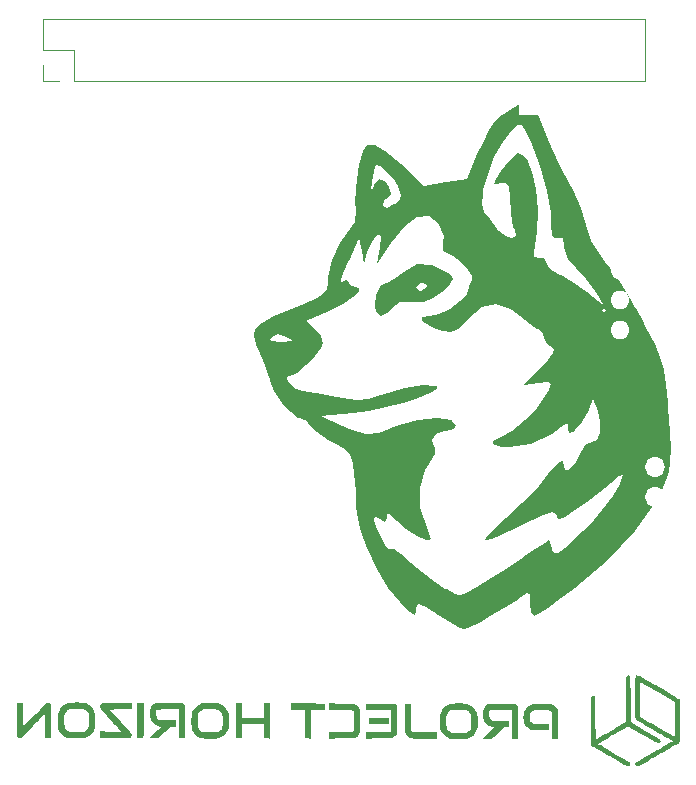
<source format=gbr>
%TF.GenerationSoftware,KiCad,Pcbnew,8.0.1*%
%TF.CreationDate,2024-04-17T14:30:39-04:00*%
%TF.ProjectId,DSPicPiHat,44535069-6350-4694-9861-742e6b696361,rev?*%
%TF.SameCoordinates,Original*%
%TF.FileFunction,Legend,Bot*%
%TF.FilePolarity,Positive*%
%FSLAX46Y46*%
G04 Gerber Fmt 4.6, Leading zero omitted, Abs format (unit mm)*
G04 Created by KiCad (PCBNEW 8.0.1) date 2024-04-17 14:30:39*
%MOMM*%
%LPD*%
G01*
G04 APERTURE LIST*
%ADD10C,0.000000*%
%ADD11C,0.120000*%
%ADD12R,1.700000X1.700000*%
%ADD13O,1.700000X1.700000*%
%ADD14R,1.600000X1.600000*%
%ADD15O,1.600000X1.600000*%
%ADD16C,0.900000*%
%ADD17C,4.700000*%
%ADD18C,0.650000*%
%ADD19O,2.100000X1.000000*%
%ADD20O,1.600000X1.000000*%
G04 APERTURE END LIST*
D10*
%TO.C,G\u002A\u002A\u002A*%
G36*
X37311267Y-20469393D02*
G01*
X36619004Y-21005941D01*
X35789753Y-21369600D01*
X34876496Y-21356301D01*
X34788549Y-21343303D01*
X33794663Y-21373983D01*
X33097694Y-21868545D01*
X32707258Y-22278281D01*
X32172254Y-22538272D01*
X31760802Y-22198314D01*
X31632050Y-21573685D01*
X31780895Y-20734139D01*
X32105585Y-20060564D01*
X35164788Y-20060564D01*
X35174424Y-20145442D01*
X35501422Y-20418310D01*
X35601791Y-20404664D01*
X36059154Y-20060564D01*
X36092809Y-19876250D01*
X35722521Y-19702817D01*
X35455980Y-19746601D01*
X35164788Y-20060564D01*
X32105585Y-20060564D01*
X32129668Y-20010604D01*
X32579976Y-19702817D01*
X32645115Y-19697964D01*
X33316581Y-19406970D01*
X34095891Y-18804291D01*
X35205938Y-18159326D01*
X36488304Y-18172654D01*
X37847887Y-18862800D01*
X38147578Y-19101435D01*
X38314304Y-19410367D01*
X38056325Y-19804106D01*
X37975531Y-19876250D01*
X37311267Y-20469393D01*
G37*
G36*
X53827597Y-22028169D02*
G01*
X54234447Y-22743662D01*
X54641527Y-23501032D01*
X55363415Y-24910781D01*
X55834965Y-26026159D01*
X56127518Y-27076419D01*
X56312415Y-28290812D01*
X56460998Y-29898592D01*
X56496196Y-30330531D01*
X56645688Y-32325883D01*
X56713068Y-33786016D01*
X56688093Y-34860570D01*
X56560520Y-35699180D01*
X56457298Y-36022184D01*
X56320106Y-36451486D01*
X55956608Y-37267124D01*
X55382255Y-38336949D01*
X53652433Y-40760753D01*
X51358555Y-43192882D01*
X48592570Y-45530159D01*
X47442197Y-46389579D01*
X46307154Y-47206076D01*
X45485944Y-47760456D01*
X45104542Y-47964789D01*
X45092308Y-47963733D01*
X44902358Y-47620418D01*
X44823943Y-46847914D01*
X44823943Y-46837505D01*
X44789524Y-46094747D01*
X44576314Y-45956309D01*
X44019014Y-46312173D01*
X43574446Y-46616135D01*
X42567673Y-47262293D01*
X41425352Y-47962310D01*
X40633908Y-48412639D01*
X39737824Y-48860129D01*
X39225386Y-49034671D01*
X38844151Y-48904109D01*
X38019259Y-48460260D01*
X36989470Y-47810108D01*
X36919578Y-47763101D01*
X35949966Y-47130869D01*
X35424026Y-46873156D01*
X35207165Y-46955558D01*
X35164788Y-47343666D01*
X35153471Y-47603017D01*
X35022056Y-47798205D01*
X34642178Y-47569913D01*
X33889817Y-46872291D01*
X33791834Y-46774998D01*
X32786430Y-45522934D01*
X31805836Y-43914774D01*
X30960502Y-42175148D01*
X30360874Y-40528680D01*
X30117401Y-39200000D01*
X30100904Y-38737305D01*
X30023294Y-37333734D01*
X29916164Y-35911549D01*
X29817355Y-35003272D01*
X29593388Y-34267018D01*
X29099065Y-33780829D01*
X28159513Y-33283039D01*
X27652716Y-33013232D01*
X26730801Y-32386146D01*
X26202476Y-31831349D01*
X25895853Y-31433283D01*
X25345975Y-31150704D01*
X25190200Y-31122281D01*
X24535111Y-30680968D01*
X23800369Y-29870049D01*
X23159059Y-28902889D01*
X22784265Y-27992850D01*
X22748879Y-27860066D01*
X24190760Y-27860066D01*
X24454054Y-28280470D01*
X24963377Y-28678104D01*
X25569837Y-28874096D01*
X26065502Y-28929844D01*
X27169106Y-29112717D01*
X28443871Y-29368022D01*
X28987352Y-29480927D01*
X30127671Y-29630378D01*
X31078807Y-29540958D01*
X32200209Y-29196227D01*
X34188405Y-28588974D01*
X35773690Y-28333590D01*
X36852700Y-28448055D01*
X36917793Y-28479815D01*
X36896372Y-28729482D01*
X36327494Y-29075402D01*
X35340510Y-29475126D01*
X34064775Y-29886203D01*
X32629642Y-30266181D01*
X31164463Y-30572611D01*
X29798591Y-30763042D01*
X27115493Y-31012323D01*
X28725352Y-31789150D01*
X29682247Y-32212438D01*
X30888954Y-32518273D01*
X32033676Y-32403611D01*
X33426425Y-31874054D01*
X33698769Y-31757689D01*
X35302067Y-31298684D01*
X36892684Y-31157930D01*
X38174319Y-31367064D01*
X38186289Y-31371725D01*
X38558111Y-31714782D01*
X38356528Y-32064054D01*
X37691705Y-32223944D01*
X37544873Y-32231342D01*
X36839246Y-32506281D01*
X36481020Y-33020299D01*
X36640857Y-33556914D01*
X36709036Y-33640183D01*
X36727286Y-34176819D01*
X36217724Y-35036866D01*
X35906701Y-35552627D01*
X35474354Y-37085658D01*
X35514214Y-38792157D01*
X36035320Y-40406023D01*
X36269517Y-40889528D01*
X36393538Y-41390752D01*
X36137844Y-41525352D01*
X35965967Y-41493082D01*
X35243414Y-41141630D01*
X34336078Y-40541662D01*
X33491308Y-39866892D01*
X32956452Y-39291036D01*
X32748614Y-39100563D01*
X32666041Y-39512114D01*
X32664291Y-39603906D01*
X32545480Y-39975274D01*
X32123943Y-39736620D01*
X32099784Y-39716670D01*
X31691954Y-39476739D01*
X31602319Y-39782252D01*
X31616535Y-39904738D01*
X31815604Y-40518034D01*
X32163228Y-41257508D01*
X32549995Y-41927993D01*
X32866495Y-42334321D01*
X33003314Y-42281327D01*
X33003561Y-42276218D01*
X33250823Y-42251138D01*
X33874501Y-42654194D01*
X34750802Y-43405734D01*
X35639744Y-44188237D01*
X36736412Y-45045393D01*
X37595009Y-45601167D01*
X37724997Y-45667993D01*
X38459696Y-46028905D01*
X38819222Y-46176057D01*
X38840909Y-46174428D01*
X39368695Y-45957831D01*
X40310635Y-45444546D01*
X41503958Y-44731520D01*
X42785897Y-43915704D01*
X43993683Y-43094044D01*
X44197672Y-42949825D01*
X45245887Y-42226804D01*
X46026595Y-41717804D01*
X46383590Y-41525352D01*
X46510506Y-41663856D01*
X46677231Y-42250605D01*
X46685746Y-42300839D01*
X46815975Y-42591690D01*
X47123274Y-42554434D01*
X47722104Y-42134783D01*
X48726930Y-41278449D01*
X48728984Y-41276646D01*
X49834497Y-40199596D01*
X50904550Y-38975637D01*
X51818386Y-37764756D01*
X52455244Y-36726942D01*
X52694366Y-36022184D01*
X52672837Y-35968492D01*
X52332783Y-36084541D01*
X51710563Y-36583194D01*
X51640546Y-36647773D01*
X50724796Y-37424986D01*
X49653714Y-38248017D01*
X48603901Y-38991326D01*
X47751960Y-39529373D01*
X47274493Y-39736620D01*
X47154150Y-39697779D01*
X46970422Y-39263671D01*
X46969905Y-39251111D01*
X46649186Y-39157349D01*
X45740510Y-39460303D01*
X44249764Y-40158037D01*
X43802637Y-40379414D01*
X42547875Y-40964390D01*
X41561482Y-41372198D01*
X41026140Y-41525352D01*
X40972176Y-41494159D01*
X41174611Y-41143501D01*
X41803094Y-40485765D01*
X42762995Y-39624515D01*
X42882127Y-39522636D01*
X44119811Y-38385899D01*
X45262356Y-37214882D01*
X46076056Y-36247783D01*
X46563919Y-35603414D01*
X47209768Y-34910266D01*
X47572508Y-34818560D01*
X47685915Y-35308593D01*
X47817236Y-35642703D01*
X48177201Y-35491737D01*
X48648209Y-34916926D01*
X49111849Y-34024874D01*
X49113314Y-34021342D01*
X49550784Y-33330780D01*
X50000566Y-33163706D01*
X50013299Y-33168367D01*
X50429971Y-33023336D01*
X50682063Y-32394580D01*
X50726622Y-31497995D01*
X50520693Y-30549475D01*
X50134584Y-29540845D01*
X49680559Y-30614223D01*
X49198096Y-31498567D01*
X48635098Y-32178450D01*
X48464492Y-32315437D01*
X48119050Y-32458755D01*
X48043662Y-32033429D01*
X48034846Y-31772194D01*
X47888426Y-31594414D01*
X47417605Y-31946484D01*
X46664572Y-32511291D01*
X44885759Y-33347284D01*
X43052976Y-33654930D01*
X42300308Y-33603628D01*
X41698583Y-33391618D01*
X41693380Y-33083323D01*
X42343224Y-32753103D01*
X43271189Y-32253654D01*
X44372406Y-31368006D01*
X45393320Y-30319378D01*
X46094331Y-29326632D01*
X46359742Y-28807739D01*
X46548636Y-28268418D01*
X46276097Y-28123364D01*
X45450000Y-28213407D01*
X44287323Y-28371911D01*
X45718309Y-26877267D01*
X46332609Y-26218579D01*
X46781980Y-25629741D01*
X46824205Y-25282218D01*
X46523239Y-25029169D01*
X46177027Y-24746565D01*
X45897183Y-24156872D01*
X45861121Y-23926708D01*
X45551884Y-23638028D01*
X45404272Y-23594110D01*
X44791630Y-23211960D01*
X43984234Y-22564789D01*
X43263520Y-22028169D01*
X50905633Y-22028169D01*
X51084507Y-22207042D01*
X51263380Y-22028169D01*
X51084507Y-21849296D01*
X50905633Y-22028169D01*
X43263520Y-22028169D01*
X43107871Y-21912278D01*
X41904402Y-21507711D01*
X40756809Y-21796697D01*
X39577189Y-22783601D01*
X39502158Y-22865097D01*
X38721284Y-23611271D01*
X38100658Y-23896150D01*
X37405309Y-23833299D01*
X36633673Y-23550567D01*
X35893058Y-23077867D01*
X35678528Y-22849036D01*
X35670059Y-22615700D01*
X36282633Y-22564789D01*
X37046546Y-22383829D01*
X37978010Y-21909274D01*
X38854867Y-21284773D01*
X39476083Y-20654207D01*
X39640625Y-20161457D01*
X39611052Y-19987208D01*
X39860451Y-19496158D01*
X39897331Y-19178568D01*
X39544319Y-18594626D01*
X38951780Y-17944517D01*
X38293227Y-17416439D01*
X37742173Y-17198592D01*
X37414013Y-17020951D01*
X37448967Y-16340906D01*
X37483872Y-15712143D01*
X36988575Y-14648818D01*
X36218691Y-14091262D01*
X35266120Y-14163168D01*
X34202971Y-14906961D01*
X33058292Y-16310361D01*
X31846162Y-18092958D01*
X32056712Y-16722359D01*
X32149149Y-15951730D01*
X32077632Y-15611014D01*
X31783519Y-15753230D01*
X31398525Y-16256685D01*
X31027764Y-17123829D01*
X30755751Y-18092958D01*
X30528260Y-17019719D01*
X30300768Y-15946479D01*
X29513060Y-17691251D01*
X29453950Y-17822311D01*
X28975452Y-18911435D01*
X28772340Y-19480522D01*
X28817320Y-19645912D01*
X29083098Y-19523944D01*
X29221676Y-19468045D01*
X29440845Y-19681704D01*
X29517894Y-19869743D01*
X30021269Y-20060564D01*
X30315128Y-20116158D01*
X30329413Y-20411226D01*
X29844852Y-20890409D01*
X28951252Y-21474148D01*
X27738421Y-22082886D01*
X25857124Y-22916280D01*
X26575745Y-23634900D01*
X27059859Y-24241497D01*
X27177624Y-24531991D01*
X27294366Y-24819963D01*
X27138025Y-25212108D01*
X26577685Y-25934731D01*
X25808419Y-26707070D01*
X25041206Y-27322211D01*
X24487023Y-27573240D01*
X24322386Y-27595766D01*
X24190760Y-27860066D01*
X22748879Y-27860066D01*
X22709986Y-27714123D01*
X22342066Y-26659845D01*
X21853710Y-25507148D01*
X21613915Y-24964831D01*
X21473240Y-24462153D01*
X22788995Y-24462153D01*
X22952199Y-24648914D01*
X23734788Y-24687055D01*
X23826267Y-24685200D01*
X24551488Y-24647289D01*
X24636912Y-24531991D01*
X24152412Y-24269432D01*
X23471401Y-24057156D01*
X22918187Y-24293644D01*
X22788995Y-24462153D01*
X21473240Y-24462153D01*
X21401240Y-24204874D01*
X21531310Y-23615461D01*
X22086907Y-23093841D01*
X23150815Y-22537263D01*
X24805816Y-21842977D01*
X25673781Y-21487553D01*
X26735985Y-21004273D01*
X27332360Y-20611925D01*
X27594028Y-20212076D01*
X27652112Y-19706295D01*
X27687559Y-19234517D01*
X28058071Y-17800901D01*
X28717000Y-16326346D01*
X29521353Y-15158732D01*
X29947560Y-14538841D01*
X30034569Y-13551866D01*
X29981102Y-12852830D01*
X30034329Y-11873361D01*
X31302585Y-11873361D01*
X31351267Y-11995700D01*
X31581356Y-11523250D01*
X31703190Y-11264779D01*
X32040263Y-10905263D01*
X32485267Y-11119871D01*
X32864098Y-11570309D01*
X32986940Y-12212050D01*
X32606901Y-12625399D01*
X32459674Y-12711974D01*
X32340453Y-13197416D01*
X32352629Y-13230861D01*
X32648577Y-13407250D01*
X33287524Y-13070477D01*
X33371821Y-13002396D01*
X40694938Y-13002396D01*
X40888674Y-13721433D01*
X40895099Y-13729116D01*
X41366001Y-14321812D01*
X41979026Y-15125271D01*
X42136333Y-15310409D01*
X42725493Y-15741451D01*
X43280355Y-15894429D01*
X43602536Y-15748636D01*
X43493652Y-15283365D01*
X43484709Y-15268822D01*
X43328519Y-14951234D01*
X43229841Y-14502788D01*
X43161520Y-13728739D01*
X43096403Y-12434343D01*
X43095646Y-12417556D01*
X43008686Y-11551653D01*
X42778711Y-11235364D01*
X42289013Y-11305520D01*
X42044739Y-11377520D01*
X41725660Y-11352992D01*
X41925234Y-10882445D01*
X42373507Y-10214557D01*
X43031198Y-9375478D01*
X43269489Y-9112055D01*
X43792264Y-8764745D01*
X44257912Y-8946014D01*
X44505833Y-9225661D01*
X44977609Y-10294380D01*
X45294435Y-11807279D01*
X45437273Y-13583111D01*
X45387082Y-15440631D01*
X45124823Y-17198592D01*
X45149131Y-17513713D01*
X45628873Y-17630092D01*
X45982320Y-17654410D01*
X46254929Y-18086130D01*
X46511080Y-18566537D01*
X47200791Y-19006903D01*
X47563682Y-19174145D01*
X48552996Y-19764558D01*
X49597520Y-20515627D01*
X51048388Y-21664736D01*
X50350954Y-20468382D01*
X50319666Y-20415514D01*
X49545120Y-19349020D01*
X48669718Y-18437279D01*
X48018651Y-17695312D01*
X47685915Y-16646793D01*
X47685020Y-16553913D01*
X47553630Y-15936120D01*
X47149295Y-15896976D01*
X46905449Y-15937639D01*
X46675524Y-15635987D01*
X46612676Y-14758301D01*
X46547540Y-13799277D01*
X46200298Y-11911092D01*
X45610497Y-9812647D01*
X44842769Y-7759508D01*
X44405534Y-6778312D01*
X44096843Y-6322324D01*
X43790879Y-6325297D01*
X43346925Y-6686268D01*
X43250667Y-6777208D01*
X42483270Y-7761418D01*
X41779898Y-9059491D01*
X41204651Y-10487976D01*
X40821630Y-11863428D01*
X40779047Y-12246248D01*
X40694938Y-13002396D01*
X33371821Y-13002396D01*
X33757653Y-12690784D01*
X33885642Y-12246248D01*
X33577561Y-11518413D01*
X33332839Y-11094425D01*
X32726903Y-10301408D01*
X32147109Y-9798967D01*
X31761278Y-9750459D01*
X31744128Y-9772522D01*
X31575567Y-10274241D01*
X31402631Y-11142987D01*
X31302585Y-11873361D01*
X30034329Y-11873361D01*
X30045144Y-11674349D01*
X30219652Y-10314964D01*
X30314238Y-9776582D01*
X30618881Y-8595295D01*
X31032865Y-8011649D01*
X31647816Y-8009814D01*
X32555362Y-8573960D01*
X33847130Y-9688257D01*
X35806850Y-11479331D01*
X37651534Y-11208680D01*
X39496217Y-10938028D01*
X40344055Y-8849877D01*
X40775436Y-7875161D01*
X41359340Y-6758713D01*
X41844397Y-6040716D01*
X42199235Y-5701667D01*
X43096113Y-5048411D01*
X44039143Y-4530515D01*
X44739429Y-4319719D01*
X44780923Y-4336441D01*
X45089321Y-4775125D01*
X45539231Y-5688237D01*
X46048679Y-6913380D01*
X46682283Y-8425530D01*
X47424226Y-9993585D01*
X48095100Y-11231325D01*
X48431495Y-11842045D01*
X49098616Y-13366928D01*
X49545206Y-14808789D01*
X49986349Y-16181307D01*
X51125286Y-17914085D01*
X51586776Y-18480991D01*
X52405010Y-19666142D01*
X53329305Y-21151866D01*
X53620938Y-21664736D01*
X53827597Y-22028169D01*
G37*
D11*
%TO.C,J8*%
X3570000Y2580000D02*
X3570000Y-20000D01*
X3570000Y2580000D02*
X54490000Y2580000D01*
X3570000Y-20000D02*
X6170000Y-20000D01*
X3570000Y-1290000D02*
X3570000Y-2620000D01*
X3570000Y-2620000D02*
X4900000Y-2620000D01*
X6170000Y-20000D02*
X6170000Y-2620000D01*
X6170000Y-2620000D02*
X54490000Y-2620000D01*
X54490000Y2580000D02*
X54490000Y-2620000D01*
D10*
%TO.C,G\u002A\u002A\u002A*%
G36*
X32818116Y-57092570D02*
G01*
X31128196Y-57092570D01*
X31128196Y-56554868D01*
X32818116Y-56554868D01*
X32818116Y-57092570D01*
G37*
G36*
X26000827Y-55332025D02*
G01*
X27453902Y-55338638D01*
X27461199Y-55601088D01*
X27468496Y-55863537D01*
X26263277Y-55863537D01*
X26263277Y-58297788D01*
X26000827Y-58290491D01*
X25738378Y-58283195D01*
X25725074Y-55863537D01*
X24547753Y-55863537D01*
X24547753Y-55325413D01*
X26000827Y-55332025D01*
G37*
G36*
X12078196Y-56768242D02*
G01*
X12078016Y-56981311D01*
X12077294Y-57239086D01*
X12076069Y-57477835D01*
X12074395Y-57692961D01*
X12072324Y-57879866D01*
X12069908Y-58033952D01*
X12067202Y-58150622D01*
X12064257Y-58225278D01*
X12061126Y-58253322D01*
X12047073Y-58257943D01*
X11990068Y-58264354D01*
X11901156Y-58268756D01*
X11792276Y-58270392D01*
X11540495Y-58270392D01*
X11540495Y-55300231D01*
X12078196Y-55300231D01*
X12078196Y-56768242D01*
G37*
G36*
X20399769Y-56529263D02*
G01*
X22294527Y-56529263D01*
X22294527Y-55325836D01*
X22806624Y-55325836D01*
X22806624Y-58302398D01*
X22726609Y-58286395D01*
X22668669Y-58278911D01*
X22574379Y-58272755D01*
X22471032Y-58270392D01*
X22295471Y-58270392D01*
X22288598Y-57675080D01*
X22281724Y-57079767D01*
X21340747Y-57073050D01*
X20399769Y-57066334D01*
X20399769Y-58270392D01*
X19862067Y-58270392D01*
X19862067Y-55325836D01*
X20399769Y-55325836D01*
X20399769Y-56529263D01*
G37*
G36*
X34736806Y-56510059D02*
G01*
X34738750Y-57668678D01*
X34869358Y-57783900D01*
X36914890Y-57783900D01*
X36914890Y-58321602D01*
X35932598Y-58321602D01*
X35659776Y-58321175D01*
X35423898Y-58319581D01*
X35228956Y-58316415D01*
X35069735Y-58311274D01*
X34941023Y-58303756D01*
X34837608Y-58293456D01*
X34754275Y-58279971D01*
X34685814Y-58262898D01*
X34627010Y-58241834D01*
X34572650Y-58216375D01*
X34513352Y-58183572D01*
X34417145Y-58112524D01*
X34342467Y-58023050D01*
X34274245Y-57899122D01*
X34200817Y-57745493D01*
X34200777Y-55351441D01*
X34734863Y-55351441D01*
X34736806Y-56510059D01*
G37*
G36*
X33489839Y-55426169D02*
G01*
X33573458Y-55500897D01*
X33573458Y-57771098D01*
X33509688Y-57895967D01*
X33461258Y-57975361D01*
X33355625Y-58096654D01*
X33230856Y-58194735D01*
X33102096Y-58256219D01*
X33094108Y-58258525D01*
X33049075Y-58267665D01*
X32984890Y-58275168D01*
X32896974Y-58281184D01*
X32780747Y-58285864D01*
X32631630Y-58289357D01*
X32445044Y-58291813D01*
X32216411Y-58293382D01*
X31941150Y-58294214D01*
X30897753Y-58295997D01*
X30897753Y-57750304D01*
X31872582Y-57765127D01*
X32049138Y-57767711D01*
X32286769Y-57770543D01*
X32480843Y-57771531D01*
X32636019Y-57770266D01*
X32756961Y-57766336D01*
X32848332Y-57759332D01*
X32914792Y-57748845D01*
X32961005Y-57734465D01*
X32991633Y-57715782D01*
X33011338Y-57692387D01*
X33024783Y-57663869D01*
X33028611Y-57642630D01*
X33034003Y-57572238D01*
X33038793Y-57461485D01*
X33042813Y-57316888D01*
X33045893Y-57144969D01*
X33047864Y-56952245D01*
X33048559Y-56745237D01*
X33048559Y-55889142D01*
X32017964Y-55886189D01*
X31939607Y-55885954D01*
X31718232Y-55885186D01*
X31514017Y-55884324D01*
X31332637Y-55883401D01*
X31179766Y-55882452D01*
X31061080Y-55881511D01*
X30982254Y-55880611D01*
X30948962Y-55879787D01*
X30942496Y-55878333D01*
X30926277Y-55860369D01*
X30915269Y-55815765D01*
X30908066Y-55736334D01*
X30903258Y-55613890D01*
X30895961Y-55351441D01*
X32151090Y-55351440D01*
X33406219Y-55351440D01*
X33489839Y-55426169D01*
G37*
G36*
X11054003Y-55839153D02*
G01*
X10157836Y-55837281D01*
X9975014Y-55837222D01*
X9781094Y-55837920D01*
X9609353Y-55839354D01*
X9465596Y-55841436D01*
X9355629Y-55844080D01*
X9285259Y-55847199D01*
X9260291Y-55850706D01*
X9274257Y-55870495D01*
X9320849Y-55926486D01*
X9398370Y-56016375D01*
X9504979Y-56138087D01*
X9638838Y-56289547D01*
X9798106Y-56468681D01*
X9980943Y-56673414D01*
X10185509Y-56901672D01*
X10409965Y-57151379D01*
X10652470Y-57420462D01*
X10697626Y-57470777D01*
X10806426Y-57594317D01*
X10902197Y-57706273D01*
X10979523Y-57800126D01*
X11032986Y-57869356D01*
X11057167Y-57907444D01*
X11071186Y-57972052D01*
X11052007Y-58074294D01*
X10983374Y-58174374D01*
X10916398Y-58244787D01*
X8391099Y-58244787D01*
X8391099Y-57699034D01*
X9288825Y-57714129D01*
X9474367Y-57716779D01*
X9667307Y-57718451D01*
X9837644Y-57718772D01*
X9979660Y-57717786D01*
X10087637Y-57715535D01*
X10155854Y-57712063D01*
X10178593Y-57707412D01*
X10178297Y-57706838D01*
X10157113Y-57680645D01*
X10105330Y-57620482D01*
X10026277Y-57530115D01*
X9923283Y-57413311D01*
X9799677Y-57273836D01*
X9658789Y-57115455D01*
X9503946Y-56941934D01*
X9338478Y-56757039D01*
X9334006Y-56752048D01*
X9166118Y-56564501D01*
X9006792Y-56386135D01*
X8859692Y-56221082D01*
X8728486Y-56073471D01*
X8616839Y-55947434D01*
X8528416Y-55847100D01*
X8466884Y-55776601D01*
X8435908Y-55740067D01*
X8397861Y-55682680D01*
X8364025Y-55574010D01*
X8378214Y-55469053D01*
X8440340Y-55375076D01*
X8515184Y-55300231D01*
X11054003Y-55300231D01*
X11054003Y-55839153D01*
G37*
G36*
X28791755Y-55334023D02*
G01*
X28854381Y-55335051D01*
X29086132Y-55339607D01*
X29301381Y-55344995D01*
X29494343Y-55350995D01*
X29659235Y-55357391D01*
X29790273Y-55363965D01*
X29881671Y-55370499D01*
X29927647Y-55376775D01*
X29941017Y-55380845D01*
X30067613Y-55441662D01*
X30189723Y-55535379D01*
X30288593Y-55647908D01*
X30313471Y-55685526D01*
X30347751Y-55746647D01*
X30375234Y-55813108D01*
X30396572Y-55890640D01*
X30412416Y-55984974D01*
X30423419Y-56101839D01*
X30430232Y-56246967D01*
X30433506Y-56426089D01*
X30433894Y-56644934D01*
X30432048Y-56909234D01*
X30424063Y-57749286D01*
X30347249Y-57898503D01*
X30245477Y-58051432D01*
X30112992Y-58166976D01*
X29945126Y-58247496D01*
X29915343Y-58256984D01*
X29873963Y-58267098D01*
X29823709Y-58275239D01*
X29759290Y-58281624D01*
X29675414Y-58286469D01*
X29566788Y-58289990D01*
X29428121Y-58292403D01*
X29254120Y-58293925D01*
X29039495Y-58294772D01*
X28778952Y-58295161D01*
X27748358Y-58295997D01*
X27748358Y-57758295D01*
X29793028Y-57758295D01*
X29846096Y-57690830D01*
X29849856Y-57685983D01*
X29864036Y-57664779D01*
X29875202Y-57638744D01*
X29883715Y-57602082D01*
X29889932Y-57548995D01*
X29894213Y-57473685D01*
X29896918Y-57370356D01*
X29898405Y-57233209D01*
X29899034Y-57056447D01*
X29899164Y-56834273D01*
X29898905Y-56687518D01*
X29896990Y-56449260D01*
X29893181Y-56260561D01*
X29887442Y-56120363D01*
X29879737Y-56027608D01*
X29870030Y-55981238D01*
X29828426Y-55929583D01*
X29763790Y-55890417D01*
X29754659Y-55888065D01*
X29691682Y-55880865D01*
X29581081Y-55874816D01*
X29425610Y-55869988D01*
X29228023Y-55866451D01*
X28991075Y-55864278D01*
X28717521Y-55863537D01*
X27748358Y-55863537D01*
X27748358Y-55317607D01*
X28791755Y-55334023D01*
G37*
G36*
X4136796Y-55281195D02*
G01*
X4215469Y-55342399D01*
X4262005Y-55429901D01*
X4263664Y-55441494D01*
X4267055Y-55502197D01*
X4269959Y-55606822D01*
X4272332Y-55750336D01*
X4274129Y-55927701D01*
X4275307Y-56133882D01*
X4275822Y-56363843D01*
X4275628Y-56612549D01*
X4274683Y-56874963D01*
X4267842Y-58244787D01*
X3756624Y-58244787D01*
X3756624Y-57205658D01*
X3756542Y-57112130D01*
X3755683Y-56893824D01*
X3753973Y-56694794D01*
X3751519Y-56520363D01*
X3748423Y-56375852D01*
X3744792Y-56266583D01*
X3740729Y-56197880D01*
X3736340Y-56175063D01*
X3735155Y-56175839D01*
X3708188Y-56201123D01*
X3650436Y-56258677D01*
X3565889Y-56344423D01*
X3458534Y-56454281D01*
X3332362Y-56584171D01*
X3191359Y-56730014D01*
X3039516Y-56887731D01*
X2909047Y-57023376D01*
X2736339Y-57202541D01*
X2564938Y-57379950D01*
X2401667Y-57548558D01*
X2253349Y-57701320D01*
X2126809Y-57831192D01*
X2028869Y-57931128D01*
X1970564Y-57990165D01*
X1864321Y-58096040D01*
X1784567Y-58171767D01*
X1725311Y-58222206D01*
X1680561Y-58252216D01*
X1644325Y-58266658D01*
X1610612Y-58270392D01*
X1508390Y-58254261D01*
X1414898Y-58204876D01*
X1354754Y-58130281D01*
X1349815Y-58112793D01*
X1343323Y-58062345D01*
X1337887Y-57980364D01*
X1333449Y-57864038D01*
X1329949Y-57710558D01*
X1327330Y-57517112D01*
X1325532Y-57280892D01*
X1324496Y-56999086D01*
X1324164Y-56668885D01*
X1324164Y-55274626D01*
X1861291Y-55274626D01*
X1867980Y-56311750D01*
X1874668Y-57348873D01*
X2834849Y-56347421D01*
X2927203Y-56251168D01*
X3106017Y-56065208D01*
X3273901Y-55891138D01*
X3427363Y-55732550D01*
X3562910Y-55593033D01*
X3677049Y-55476178D01*
X3766288Y-55385577D01*
X3827134Y-55324819D01*
X3856095Y-55297495D01*
X3940133Y-55256305D01*
X4040259Y-55250945D01*
X4136796Y-55281195D01*
G37*
G36*
X42714829Y-55377147D02*
G01*
X42953657Y-55377770D01*
X43150122Y-55379389D01*
X43308673Y-55382480D01*
X43433764Y-55387516D01*
X43529844Y-55394974D01*
X43601366Y-55405327D01*
X43652781Y-55419051D01*
X43688540Y-55436622D01*
X43713094Y-55458512D01*
X43730896Y-55485199D01*
X43746397Y-55517156D01*
X43750695Y-55531476D01*
X43757349Y-55579377D01*
X43762920Y-55658708D01*
X43767469Y-55772296D01*
X43771056Y-55922965D01*
X43773741Y-56113540D01*
X43775584Y-56346845D01*
X43776646Y-56625706D01*
X43776987Y-56952948D01*
X43776987Y-58321602D01*
X43239285Y-58321602D01*
X43239201Y-57111773D01*
X43239116Y-55901945D01*
X42316602Y-55901945D01*
X42120244Y-55902089D01*
X41911144Y-55902800D01*
X41744643Y-55904282D01*
X41615911Y-55906732D01*
X41520116Y-55910346D01*
X41452428Y-55915318D01*
X41408016Y-55921846D01*
X41382050Y-55930125D01*
X41369700Y-55940352D01*
X41367504Y-55944375D01*
X41354807Y-55998873D01*
X41347632Y-56087569D01*
X41345902Y-56195788D01*
X41349540Y-56308858D01*
X41358467Y-56412105D01*
X41372607Y-56490856D01*
X41386667Y-56531689D01*
X41450900Y-56639743D01*
X41541115Y-56730192D01*
X41642076Y-56786333D01*
X41643401Y-56786768D01*
X41684985Y-56798883D01*
X41731798Y-56808456D01*
X41790410Y-56815845D01*
X41867389Y-56821407D01*
X41969303Y-56825500D01*
X42102721Y-56828483D01*
X42274212Y-56830713D01*
X42490343Y-56832548D01*
X43034446Y-56836521D01*
X43034446Y-57348618D01*
X42653545Y-57348618D01*
X42274288Y-57673126D01*
X42162418Y-57769087D01*
X42027758Y-57885155D01*
X41900901Y-57995046D01*
X41792244Y-58089752D01*
X41712179Y-58160265D01*
X41529327Y-58322897D01*
X41120211Y-58315848D01*
X40711096Y-58308799D01*
X41261879Y-57835110D01*
X41812662Y-57361420D01*
X41687415Y-57345067D01*
X41580902Y-57325430D01*
X41374791Y-57252673D01*
X41190968Y-57140561D01*
X41037188Y-56994410D01*
X40921204Y-56819540D01*
X40905933Y-56788823D01*
X40881422Y-56734010D01*
X40864267Y-56680572D01*
X40852856Y-56617992D01*
X40845576Y-56535755D01*
X40840814Y-56423344D01*
X40836959Y-56270245D01*
X40836346Y-56242271D01*
X40833865Y-56094584D01*
X40834367Y-55986129D01*
X40838775Y-55906613D01*
X40848015Y-55845742D01*
X40863010Y-55793221D01*
X40884685Y-55738759D01*
X40959604Y-55611263D01*
X41073637Y-55493401D01*
X41207417Y-55412250D01*
X41230960Y-55405014D01*
X41275972Y-55397467D01*
X41342608Y-55391321D01*
X41435093Y-55386453D01*
X41557654Y-55382743D01*
X41714518Y-55380068D01*
X41909909Y-55378308D01*
X42148055Y-55377341D01*
X42433182Y-55377045D01*
X42714829Y-55377147D01*
G37*
G36*
X14546398Y-55300911D02*
G01*
X14763309Y-55301425D01*
X14939120Y-55302602D01*
X15078748Y-55304628D01*
X15187112Y-55307691D01*
X15269128Y-55311976D01*
X15329714Y-55317671D01*
X15373789Y-55324962D01*
X15406270Y-55334036D01*
X15432074Y-55345079D01*
X15442394Y-55350564D01*
X15509041Y-55399637D01*
X15553319Y-55453860D01*
X15554070Y-55455467D01*
X15561408Y-55484947D01*
X15567617Y-55539356D01*
X15572771Y-55621977D01*
X15576944Y-55736096D01*
X15580211Y-55884999D01*
X15582644Y-56071969D01*
X15584317Y-56300291D01*
X15585305Y-56573250D01*
X15585682Y-56894132D01*
X15586059Y-58270392D01*
X15048358Y-58270392D01*
X15048358Y-55837932D01*
X14131704Y-55837932D01*
X14096847Y-55837940D01*
X13842053Y-55838554D01*
X13634545Y-55840238D01*
X13470839Y-55843104D01*
X13347449Y-55847267D01*
X13260890Y-55852838D01*
X13207677Y-55859931D01*
X13184325Y-55868658D01*
X13167946Y-55905274D01*
X13156167Y-55983569D01*
X13151855Y-56087471D01*
X13154634Y-56203566D01*
X13164127Y-56318439D01*
X13179960Y-56418673D01*
X13201755Y-56490856D01*
X13205763Y-56499515D01*
X13242665Y-56570525D01*
X13283835Y-56627251D01*
X13335139Y-56671288D01*
X13402440Y-56704237D01*
X13491605Y-56727695D01*
X13608498Y-56743260D01*
X13758984Y-56752531D01*
X13948928Y-56757106D01*
X14184194Y-56758583D01*
X14817914Y-56759707D01*
X14820759Y-56964545D01*
X14821037Y-56983922D01*
X14822825Y-57087644D01*
X14824777Y-57174370D01*
X14826519Y-57226995D01*
X14826712Y-57243322D01*
X14818823Y-57266459D01*
X14791172Y-57279921D01*
X14733280Y-57287261D01*
X14634666Y-57292030D01*
X14439897Y-57299453D01*
X13876015Y-57784923D01*
X13312133Y-58270392D01*
X12925608Y-58270392D01*
X12854629Y-58270029D01*
X12729811Y-58267429D01*
X12629732Y-58262738D01*
X12563216Y-58256443D01*
X12539083Y-58249031D01*
X12539166Y-58248580D01*
X12560174Y-58224871D01*
X12614796Y-58172702D01*
X12698041Y-58096587D01*
X12804916Y-58001035D01*
X12930427Y-57890559D01*
X13069584Y-57769670D01*
X13600085Y-57311669D01*
X13511268Y-57290263D01*
X13333197Y-57242035D01*
X13165109Y-57180158D01*
X13029972Y-57106926D01*
X12917972Y-57016868D01*
X12819292Y-56904513D01*
X12764560Y-56827679D01*
X12708045Y-56727586D01*
X12669071Y-56621645D01*
X12644772Y-56498606D01*
X12632283Y-56347219D01*
X12628741Y-56156236D01*
X12628754Y-56112338D01*
X12629579Y-55980610D01*
X12632923Y-55885600D01*
X12640505Y-55815927D01*
X12654040Y-55760212D01*
X12675245Y-55707073D01*
X12705836Y-55645131D01*
X12711772Y-55633757D01*
X12813476Y-55489625D01*
X12941874Y-55385108D01*
X13091474Y-55324768D01*
X13106647Y-55322463D01*
X13174676Y-55317573D01*
X13285252Y-55313083D01*
X13432405Y-55309115D01*
X13610166Y-55305790D01*
X13812567Y-55303228D01*
X14033638Y-55301552D01*
X14267410Y-55300881D01*
X14283469Y-55300873D01*
X14546398Y-55300911D01*
G37*
G36*
X45625122Y-55380065D02*
G01*
X45847773Y-55382098D01*
X45913438Y-55382753D01*
X46122122Y-55385048D01*
X46287622Y-55387555D01*
X46416232Y-55390742D01*
X46514248Y-55395077D01*
X46587966Y-55401028D01*
X46643681Y-55409064D01*
X46687689Y-55419652D01*
X46726284Y-55433261D01*
X46765764Y-55450359D01*
X46816218Y-55476420D01*
X46948541Y-55573246D01*
X47065243Y-55696796D01*
X47148888Y-55829803D01*
X47154206Y-55842013D01*
X47164146Y-55871613D01*
X47172424Y-55910105D01*
X47179238Y-55962191D01*
X47184785Y-56032572D01*
X47189265Y-56125950D01*
X47192876Y-56247029D01*
X47195815Y-56400509D01*
X47198283Y-56591092D01*
X47200477Y-56823481D01*
X47202595Y-57102377D01*
X47203833Y-57306980D01*
X47204700Y-57535783D01*
X47204938Y-57744957D01*
X47204568Y-57929242D01*
X47203614Y-58083372D01*
X47202098Y-58202085D01*
X47200042Y-58280118D01*
X47197468Y-58312206D01*
X47181678Y-58327222D01*
X47135937Y-58338961D01*
X47053807Y-58345304D01*
X46927937Y-58347207D01*
X46671837Y-58347207D01*
X46664684Y-57179908D01*
X46657531Y-56012610D01*
X46597083Y-55963678D01*
X46587367Y-55956288D01*
X46564508Y-55943435D01*
X46532888Y-55933534D01*
X46486445Y-55926203D01*
X46419114Y-55921061D01*
X46324830Y-55917726D01*
X46197529Y-55915817D01*
X46031148Y-55914951D01*
X45819622Y-55914747D01*
X45649547Y-55914834D01*
X45474359Y-55915427D01*
X45338939Y-55916969D01*
X45236884Y-55919899D01*
X45161792Y-55924655D01*
X45107263Y-55931676D01*
X45066892Y-55941401D01*
X45034279Y-55954269D01*
X45003022Y-55970718D01*
X44907186Y-56045978D01*
X44833251Y-56160806D01*
X44789790Y-56312740D01*
X44775575Y-56504658D01*
X44776530Y-56562576D01*
X44793770Y-56722341D01*
X44835291Y-56844780D01*
X44904547Y-56937474D01*
X45004995Y-57008003D01*
X45023545Y-57017631D01*
X45058374Y-57033455D01*
X45096520Y-57045476D01*
X45144825Y-57054216D01*
X45210130Y-57060197D01*
X45299278Y-57063940D01*
X45419109Y-57065968D01*
X45576466Y-57066803D01*
X45778191Y-57066965D01*
X46439890Y-57066965D01*
X46439890Y-57604666D01*
X45779544Y-57604666D01*
X45747090Y-57604652D01*
X45514022Y-57603314D01*
X45324342Y-57599156D01*
X45171123Y-57591267D01*
X45047439Y-57578735D01*
X44946361Y-57560651D01*
X44860965Y-57536104D01*
X44784322Y-57504182D01*
X44709507Y-57463975D01*
X44672172Y-57441086D01*
X44512109Y-57312408D01*
X44389954Y-57154867D01*
X44304462Y-56965877D01*
X44254391Y-56742848D01*
X44238500Y-56483194D01*
X44242819Y-56335066D01*
X44261392Y-56177276D01*
X44297723Y-56039734D01*
X44355169Y-55905833D01*
X44426570Y-55781556D01*
X44553027Y-55629139D01*
X44708399Y-55514005D01*
X44900554Y-55429281D01*
X44902948Y-55428476D01*
X44951262Y-55413098D01*
X44998492Y-55401036D01*
X45051173Y-55391964D01*
X45115842Y-55385557D01*
X45199036Y-55381489D01*
X45307290Y-55379435D01*
X45447140Y-55379069D01*
X45625122Y-55380065D01*
G37*
G36*
X7994224Y-57387025D02*
G01*
X7902271Y-57579061D01*
X7894735Y-57594589D01*
X7840051Y-57698142D01*
X7783761Y-57792141D01*
X7736940Y-57857908D01*
X7656057Y-57944146D01*
X7465635Y-58092617D01*
X7245183Y-58201930D01*
X6999561Y-58269372D01*
X6994447Y-58270216D01*
X6922872Y-58276905D01*
X6811589Y-58281978D01*
X6670919Y-58285189D01*
X6511187Y-58286290D01*
X6342712Y-58285036D01*
X6325503Y-58284774D01*
X6120194Y-58280197D01*
X5956224Y-58272593D01*
X5824427Y-58260464D01*
X5715635Y-58242311D01*
X5620682Y-58216634D01*
X5530399Y-58181935D01*
X5435619Y-58136716D01*
X5353998Y-58088466D01*
X5200656Y-57961529D01*
X5062888Y-57800970D01*
X4949911Y-57618400D01*
X4870945Y-57425432D01*
X4866550Y-57409810D01*
X4845697Y-57300353D01*
X4829164Y-57154763D01*
X4817436Y-56985599D01*
X4811000Y-56805422D01*
X4810832Y-56759707D01*
X5344124Y-56759707D01*
X5345824Y-56890908D01*
X5358878Y-57097072D01*
X5387063Y-57263631D01*
X5433050Y-57397330D01*
X5499514Y-57504909D01*
X5589128Y-57593111D01*
X5704566Y-57668678D01*
X5843418Y-57745493D01*
X6368317Y-57749138D01*
X6399150Y-57749332D01*
X6560335Y-57749679D01*
X6706011Y-57748933D01*
X6827253Y-57747212D01*
X6915138Y-57744633D01*
X6960741Y-57741315D01*
X7002582Y-57728588D01*
X7080061Y-57694140D01*
X7164660Y-57648053D01*
X7235824Y-57599777D01*
X7329250Y-57509682D01*
X7399744Y-57398456D01*
X7449090Y-57260471D01*
X7479076Y-57090104D01*
X7491488Y-56881729D01*
X7488114Y-56629720D01*
X7487863Y-56623358D01*
X7474964Y-56433174D01*
X7451264Y-56283157D01*
X7413596Y-56163126D01*
X7358796Y-56062900D01*
X7283697Y-55972296D01*
X7268563Y-55957040D01*
X7204827Y-55902473D01*
X7133892Y-55860591D01*
X7048442Y-55829829D01*
X6941159Y-55808625D01*
X6804725Y-55795415D01*
X6631823Y-55788635D01*
X6415136Y-55786723D01*
X6409279Y-55786723D01*
X6205899Y-55787722D01*
X6045747Y-55791805D01*
X5921058Y-55800708D01*
X5824067Y-55816165D01*
X5747008Y-55839911D01*
X5682117Y-55873679D01*
X5621627Y-55919204D01*
X5557775Y-55978222D01*
X5512605Y-56024507D01*
X5450898Y-56101793D01*
X5405915Y-56185208D01*
X5375200Y-56283729D01*
X5356299Y-56406335D01*
X5346758Y-56562001D01*
X5344124Y-56759707D01*
X4810832Y-56759707D01*
X4810343Y-56626794D01*
X4815951Y-56462274D01*
X4828311Y-56324424D01*
X4881413Y-56083439D01*
X4977366Y-55857565D01*
X5111765Y-55661686D01*
X5281675Y-55499228D01*
X5484161Y-55373614D01*
X5716289Y-55288271D01*
X5744449Y-55282060D01*
X5851634Y-55267692D01*
X5994907Y-55257040D01*
X6163372Y-55250112D01*
X6346135Y-55246917D01*
X6532301Y-55247462D01*
X6710976Y-55251755D01*
X6871264Y-55259807D01*
X7002273Y-55271624D01*
X7093106Y-55287215D01*
X7231031Y-55331642D01*
X7447883Y-55440359D01*
X7636628Y-55585984D01*
X7792132Y-55763296D01*
X7909265Y-55967076D01*
X7982893Y-56192106D01*
X7988241Y-56224495D01*
X7997024Y-56326487D01*
X8002517Y-56470065D01*
X8004525Y-56648792D01*
X8002856Y-56856233D01*
X8002441Y-56881729D01*
X7994224Y-57387025D01*
G37*
G36*
X40368050Y-57019262D02*
G01*
X40360357Y-57183261D01*
X40348334Y-57322185D01*
X40332117Y-57423049D01*
X40321690Y-57463779D01*
X40246562Y-57666421D01*
X40139992Y-57855602D01*
X40011856Y-58013124D01*
X39939991Y-58079617D01*
X39806073Y-58176062D01*
X39652496Y-58251556D01*
X39468901Y-58310763D01*
X39244930Y-58358345D01*
X39243635Y-58358555D01*
X39195994Y-58361510D01*
X39106831Y-58363190D01*
X38985286Y-58363565D01*
X38840503Y-58362603D01*
X38681624Y-58360273D01*
X38499041Y-58356093D01*
X38355549Y-58350552D01*
X38244533Y-58342819D01*
X38156566Y-58332013D01*
X38082217Y-58317253D01*
X38012059Y-58297657D01*
X37962798Y-58281140D01*
X37740097Y-58175637D01*
X37549081Y-58031484D01*
X37393124Y-57852390D01*
X37275599Y-57642067D01*
X37199878Y-57404225D01*
X37193921Y-57369114D01*
X37183795Y-57264058D01*
X37176733Y-57125670D01*
X37172744Y-56965964D01*
X37171834Y-56796951D01*
X37173102Y-56700125D01*
X37710592Y-56700125D01*
X37713002Y-56877574D01*
X37715479Y-57006680D01*
X37719347Y-57146833D01*
X37724573Y-57250317D01*
X37732081Y-57325568D01*
X37742797Y-57381019D01*
X37757645Y-57425106D01*
X37777550Y-57466264D01*
X37855083Y-57577509D01*
X37975994Y-57691984D01*
X38112869Y-57775486D01*
X38149006Y-57788748D01*
X38205491Y-57801221D01*
X38283388Y-57810554D01*
X38390144Y-57817362D01*
X38533209Y-57822266D01*
X38720031Y-57825884D01*
X38899967Y-57827639D01*
X39079175Y-57825623D01*
X39221003Y-57817497D01*
X39333004Y-57801626D01*
X39422726Y-57776375D01*
X39497720Y-57740108D01*
X39565537Y-57691190D01*
X39633727Y-57627986D01*
X39642393Y-57619243D01*
X39707133Y-57546283D01*
X39756080Y-57471144D01*
X39791109Y-57385688D01*
X39814095Y-57281778D01*
X39826912Y-57151275D01*
X39831436Y-56986040D01*
X39829540Y-56777936D01*
X39829506Y-56776150D01*
X39826121Y-56615994D01*
X39822170Y-56497562D01*
X39816298Y-56411467D01*
X39807150Y-56348320D01*
X39793371Y-56298734D01*
X39773604Y-56253320D01*
X39746496Y-56202691D01*
X39711955Y-56146970D01*
X39647743Y-56063239D01*
X39586874Y-56003261D01*
X39549485Y-55975911D01*
X39488240Y-55938360D01*
X39422157Y-55910129D01*
X39343512Y-55889932D01*
X39244580Y-55876486D01*
X39117636Y-55868503D01*
X38954957Y-55864699D01*
X38748818Y-55863787D01*
X38655985Y-55863882D01*
X38496353Y-55864660D01*
X38375967Y-55866822D01*
X38286741Y-55871092D01*
X38220589Y-55878194D01*
X38169426Y-55888853D01*
X38125166Y-55903795D01*
X38079724Y-55923742D01*
X37959747Y-55996400D01*
X37834581Y-56122856D01*
X37748148Y-56279570D01*
X37746854Y-56282992D01*
X37731495Y-56332061D01*
X37720689Y-56389811D01*
X37713935Y-56464740D01*
X37710736Y-56565346D01*
X37710592Y-56700125D01*
X37173102Y-56700125D01*
X37174012Y-56630644D01*
X37179285Y-56479054D01*
X37187661Y-56354193D01*
X37199147Y-56268074D01*
X37231889Y-56145145D01*
X37327804Y-55928433D01*
X37463706Y-55736150D01*
X37633982Y-55574216D01*
X37833018Y-55448554D01*
X38055200Y-55365086D01*
X38096346Y-55356575D01*
X38208845Y-55342906D01*
X38356053Y-55332842D01*
X38527249Y-55326392D01*
X38711707Y-55323564D01*
X38898705Y-55324365D01*
X39077519Y-55328804D01*
X39237425Y-55336889D01*
X39367701Y-55348628D01*
X39457622Y-55364030D01*
X39618171Y-55417743D01*
X39831306Y-55531465D01*
X40015185Y-55682613D01*
X40165059Y-55866118D01*
X40276177Y-56076911D01*
X40343793Y-56309923D01*
X40352789Y-56372288D01*
X40363781Y-56506704D01*
X40369898Y-56667996D01*
X40371275Y-56843178D01*
X40368658Y-56986040D01*
X40368050Y-57019262D01*
G37*
G36*
X19322314Y-56903135D02*
G01*
X19316144Y-57080846D01*
X19304284Y-57236400D01*
X19286745Y-57355526D01*
X19278520Y-57391284D01*
X19205072Y-57601911D01*
X19095750Y-57799570D01*
X18960005Y-57966588D01*
X18937071Y-57988453D01*
X18804501Y-58089635D01*
X18645458Y-58180784D01*
X18479398Y-58251891D01*
X18325777Y-58292942D01*
X18319823Y-58293866D01*
X18219903Y-58303984D01*
X18082271Y-58311293D01*
X17919359Y-58315772D01*
X17743600Y-58317399D01*
X17567427Y-58316153D01*
X17403274Y-58312013D01*
X17263573Y-58304957D01*
X17160757Y-58294962D01*
X17140112Y-58291816D01*
X16916413Y-58232701D01*
X16707265Y-58133180D01*
X16521161Y-57999259D01*
X16366593Y-57836945D01*
X16252052Y-57652244D01*
X16243674Y-57634347D01*
X16202456Y-57537795D01*
X16171440Y-57443858D01*
X16149467Y-57343582D01*
X16135379Y-57228013D01*
X16128016Y-57088199D01*
X16126221Y-56915185D01*
X16127990Y-56769538D01*
X16662025Y-56769538D01*
X16662079Y-56816685D01*
X16664649Y-56997375D01*
X16670721Y-57147596D01*
X16679928Y-57260453D01*
X16691901Y-57329051D01*
X16702392Y-57358167D01*
X16762513Y-57463488D01*
X16850384Y-57569791D01*
X16951596Y-57661328D01*
X17051738Y-57722347D01*
X17064212Y-57727452D01*
X17111930Y-57742706D01*
X17171493Y-57754204D01*
X17250775Y-57762614D01*
X17357648Y-57768599D01*
X17499984Y-57772828D01*
X17685656Y-57775964D01*
X17885416Y-57777536D01*
X18056124Y-57775084D01*
X18190534Y-57766709D01*
X18296308Y-57750716D01*
X18381110Y-57725408D01*
X18452601Y-57689091D01*
X18518444Y-57640068D01*
X18586300Y-57576644D01*
X18626312Y-57534616D01*
X18684703Y-57459105D01*
X18727422Y-57376380D01*
X18756723Y-57277679D01*
X18774860Y-57154242D01*
X18784089Y-56997308D01*
X18786664Y-56798114D01*
X18786659Y-56788909D01*
X18783307Y-56587729D01*
X18772400Y-56428514D01*
X18751984Y-56302669D01*
X18720104Y-56201597D01*
X18674805Y-56116703D01*
X18614133Y-56039391D01*
X18571769Y-55993459D01*
X18516427Y-55939942D01*
X18460679Y-55899149D01*
X18397267Y-55869356D01*
X18318935Y-55848843D01*
X18218425Y-55835885D01*
X18088481Y-55828762D01*
X17921845Y-55825751D01*
X17711261Y-55825130D01*
X17532221Y-55825322D01*
X17381154Y-55826319D01*
X17267358Y-55828700D01*
X17183591Y-55833045D01*
X17122609Y-55839930D01*
X17077170Y-55849935D01*
X17040031Y-55863638D01*
X17003947Y-55881618D01*
X16929324Y-55929376D01*
X16804679Y-56052150D01*
X16709275Y-56209203D01*
X16692709Y-56251890D01*
X16679914Y-56304821D01*
X16671175Y-56374419D01*
X16665766Y-56469316D01*
X16662959Y-56598145D01*
X16662025Y-56769538D01*
X16127990Y-56769538D01*
X16128835Y-56700018D01*
X16130075Y-56634454D01*
X16133697Y-56472934D01*
X16138084Y-56350768D01*
X16144256Y-56259119D01*
X16153233Y-56189144D01*
X16166036Y-56132005D01*
X16183684Y-56078861D01*
X16207197Y-56020872D01*
X16212508Y-56008489D01*
X16334527Y-55789787D01*
X16494591Y-55603397D01*
X16688480Y-55453373D01*
X16911974Y-55343770D01*
X16963304Y-55326331D01*
X17019831Y-55312074D01*
X17086678Y-55301400D01*
X17172023Y-55293571D01*
X17284043Y-55287848D01*
X17430917Y-55283492D01*
X17620822Y-55279766D01*
X17679067Y-55278872D01*
X17909244Y-55277707D01*
X18097858Y-55280929D01*
X18241749Y-55288450D01*
X18337758Y-55300178D01*
X18541963Y-55358324D01*
X18756630Y-55465963D01*
X18942766Y-55612619D01*
X19096126Y-55794072D01*
X19212464Y-56006101D01*
X19287537Y-56244486D01*
X19289893Y-56256143D01*
X19306584Y-56379772D01*
X19317544Y-56538327D01*
X19322784Y-56717539D01*
X19322580Y-56798114D01*
X19322314Y-56903135D01*
G37*
G36*
X53168646Y-52954217D02*
G01*
X53246150Y-53003673D01*
X53301660Y-53062760D01*
X53308225Y-54990595D01*
X53314789Y-56918429D01*
X54535279Y-57626912D01*
X54669492Y-57704925D01*
X54893001Y-57835319D01*
X55101827Y-57957734D01*
X55291733Y-58069653D01*
X55458481Y-58168557D01*
X55597831Y-58251930D01*
X55705547Y-58317252D01*
X55777389Y-58362007D01*
X55809120Y-58383676D01*
X55822473Y-58397333D01*
X55857472Y-58470602D01*
X55855060Y-58552220D01*
X55820909Y-58628039D01*
X55760690Y-58683907D01*
X55680073Y-58705674D01*
X55668863Y-58703486D01*
X55610793Y-58679470D01*
X55510010Y-58629265D01*
X55367205Y-58553248D01*
X55183068Y-58451799D01*
X54958293Y-58325297D01*
X54693569Y-58174120D01*
X54389589Y-57998646D01*
X54252570Y-57919292D01*
X54030165Y-57790880D01*
X53822755Y-57671607D01*
X53634521Y-57563850D01*
X53469640Y-57469985D01*
X53332293Y-57392388D01*
X53226660Y-57333436D01*
X53156919Y-57295503D01*
X53127250Y-57280968D01*
X53117889Y-57282338D01*
X53067755Y-57302875D01*
X52981768Y-57345068D01*
X52865616Y-57405902D01*
X52724982Y-57482364D01*
X52565554Y-57571442D01*
X52393015Y-57670121D01*
X52216237Y-57772305D01*
X51988332Y-57903930D01*
X51751327Y-58040710D01*
X51518575Y-58174942D01*
X51303431Y-58298922D01*
X51119249Y-58404945D01*
X50970729Y-58490687D01*
X50830675Y-58572186D01*
X50712159Y-58641830D01*
X50620911Y-58696230D01*
X50562661Y-58731995D01*
X50543140Y-58745737D01*
X50546434Y-58747883D01*
X50584795Y-58770702D01*
X50663754Y-58816887D01*
X50780491Y-58884807D01*
X50932187Y-58972828D01*
X51116023Y-59079319D01*
X51329180Y-59202647D01*
X51568837Y-59341178D01*
X51832176Y-59493282D01*
X52116376Y-59657325D01*
X52418620Y-59831674D01*
X52560722Y-59913944D01*
X52734656Y-60015556D01*
X52892037Y-60108509D01*
X53027283Y-60189456D01*
X53134810Y-60255049D01*
X53209035Y-60301940D01*
X53244376Y-60326783D01*
X53260613Y-60343655D01*
X53297653Y-60422894D01*
X53292927Y-60511289D01*
X53246314Y-60592381D01*
X53235218Y-60603668D01*
X53195917Y-60633233D01*
X53150601Y-60646518D01*
X53093065Y-60641665D01*
X53017103Y-60616816D01*
X52916514Y-60570111D01*
X52785091Y-60499690D01*
X52616630Y-60403695D01*
X52528213Y-60352549D01*
X52385395Y-60269980D01*
X52210438Y-60168867D01*
X52010054Y-60053086D01*
X51790954Y-59926515D01*
X51559849Y-59793030D01*
X51323449Y-59656509D01*
X51088466Y-59520829D01*
X51053918Y-59500870D01*
X50838493Y-59375840D01*
X50637145Y-59258016D01*
X50454214Y-59150001D01*
X50294038Y-59054400D01*
X50160955Y-58973817D01*
X50059305Y-58910854D01*
X49993425Y-58868115D01*
X49967656Y-58848205D01*
X49966684Y-58844335D01*
X49963426Y-58799281D01*
X49960361Y-58708121D01*
X49957527Y-58574817D01*
X49954964Y-58403328D01*
X49952710Y-58197613D01*
X49950804Y-57961633D01*
X49949286Y-57699347D01*
X49948194Y-57414716D01*
X49947567Y-57111699D01*
X49947445Y-56794257D01*
X49948335Y-54778012D01*
X50003717Y-54719061D01*
X50025898Y-54698923D01*
X50109071Y-54662797D01*
X50198057Y-54669554D01*
X50275979Y-54719187D01*
X50331479Y-54778264D01*
X50338053Y-56588574D01*
X50344628Y-58398885D01*
X50715898Y-58183522D01*
X50724158Y-58178731D01*
X50835196Y-58114389D01*
X50982346Y-58029205D01*
X51158076Y-57927536D01*
X51354853Y-57813736D01*
X51565144Y-57692163D01*
X51781417Y-57567174D01*
X51996140Y-57443123D01*
X52905112Y-56918087D01*
X52911673Y-54984278D01*
X52918235Y-53050469D01*
X52985540Y-52997527D01*
X52988752Y-52995037D01*
X53079426Y-52951257D01*
X53168646Y-52954217D01*
G37*
G36*
X57471538Y-58221668D02*
G01*
X57469523Y-58377821D01*
X57467103Y-58498197D01*
X57464269Y-58577743D01*
X57461014Y-58611409D01*
X57448701Y-58626989D01*
X57398299Y-58667507D01*
X57319686Y-58719997D01*
X57223502Y-58777039D01*
X57171705Y-58806324D01*
X57070880Y-58863823D01*
X56934392Y-58941986D01*
X56767048Y-59038042D01*
X56573656Y-59149220D01*
X56359024Y-59272749D01*
X56127959Y-59405858D01*
X55885269Y-59545777D01*
X55635760Y-59689735D01*
X55384240Y-59834961D01*
X55135518Y-59978684D01*
X54894399Y-60118134D01*
X54665692Y-60250539D01*
X54454204Y-60373130D01*
X54322578Y-60448340D01*
X54168561Y-60532698D01*
X54044843Y-60595823D01*
X53955685Y-60635566D01*
X53905351Y-60649778D01*
X53879346Y-60648647D01*
X53798605Y-60618710D01*
X53741664Y-60558333D01*
X53714087Y-60480724D01*
X53721437Y-60399095D01*
X53769275Y-60326653D01*
X53771988Y-60324385D01*
X53813313Y-60296386D01*
X53893047Y-60246645D01*
X54005955Y-60178283D01*
X54146804Y-60094421D01*
X54310359Y-59998177D01*
X54491385Y-59892673D01*
X54684648Y-59781027D01*
X54827178Y-59699048D01*
X55060875Y-59564630D01*
X55301947Y-59425970D01*
X55540042Y-59289022D01*
X55764806Y-59159740D01*
X55965886Y-59044081D01*
X56132928Y-58947999D01*
X56279264Y-58863747D01*
X56431784Y-58775760D01*
X56567296Y-58697403D01*
X56678948Y-58632643D01*
X56759892Y-58585449D01*
X56803276Y-58559786D01*
X56883106Y-58511239D01*
X56481609Y-58280236D01*
X56478393Y-58278386D01*
X56373232Y-58217915D01*
X56230180Y-58135702D01*
X56055517Y-58035354D01*
X55855525Y-57920479D01*
X55636486Y-57794684D01*
X55404680Y-57661577D01*
X55166389Y-57524766D01*
X54927894Y-57387858D01*
X54851751Y-57344106D01*
X54632647Y-57217684D01*
X54427983Y-57098832D01*
X54242054Y-56990092D01*
X54079152Y-56894005D01*
X53943569Y-56813110D01*
X53839600Y-56749949D01*
X53771535Y-56707063D01*
X53743670Y-56686991D01*
X53738431Y-56673756D01*
X53732652Y-56637475D01*
X53727700Y-56576534D01*
X53723522Y-56487982D01*
X53720068Y-56368870D01*
X53717287Y-56216249D01*
X53715126Y-56027168D01*
X53713534Y-55798677D01*
X53712461Y-55527828D01*
X53712290Y-55438640D01*
X54100838Y-55438640D01*
X54101172Y-55677843D01*
X54102122Y-55893376D01*
X54103648Y-56080650D01*
X54105711Y-56235076D01*
X54108272Y-56352062D01*
X54111292Y-56427020D01*
X54114730Y-56455359D01*
X54139424Y-56471481D01*
X54202969Y-56509816D01*
X54299143Y-56566627D01*
X54421908Y-56638369D01*
X54565224Y-56721499D01*
X54723055Y-56812470D01*
X54808203Y-56861407D01*
X54996613Y-56969726D01*
X55212998Y-57094163D01*
X55446649Y-57228559D01*
X55686859Y-57366753D01*
X55922920Y-57502587D01*
X56144124Y-57629900D01*
X56155992Y-57636732D01*
X56345527Y-57745754D01*
X56522546Y-57847440D01*
X56681740Y-57938751D01*
X56817801Y-58016648D01*
X56925420Y-58078090D01*
X56999289Y-58120039D01*
X57034099Y-58139455D01*
X57091916Y-58169996D01*
X57085308Y-56681135D01*
X57078700Y-55192275D01*
X55593620Y-54337507D01*
X54108539Y-53482740D01*
X54101928Y-54959703D01*
X54101158Y-55180358D01*
X54100838Y-55438640D01*
X53712290Y-55438640D01*
X53711855Y-55211669D01*
X53711664Y-54847252D01*
X53711665Y-54758984D01*
X53711718Y-54423754D01*
X53711924Y-54135231D01*
X53712384Y-53889788D01*
X53713198Y-53683799D01*
X53714466Y-53513634D01*
X53716289Y-53375668D01*
X53718766Y-53266273D01*
X53721999Y-53181821D01*
X53726087Y-53118685D01*
X53731132Y-53073238D01*
X53737232Y-53041853D01*
X53744489Y-53020903D01*
X53753003Y-53006759D01*
X53762874Y-52995795D01*
X53779614Y-52980142D01*
X53808748Y-52960332D01*
X53842910Y-52950222D01*
X53886445Y-52951619D01*
X53943697Y-52966336D01*
X54019008Y-52996181D01*
X54116725Y-53042965D01*
X54241189Y-53108499D01*
X54396746Y-53194593D01*
X54587739Y-53303056D01*
X54818513Y-53435699D01*
X54929920Y-53499912D01*
X55183386Y-53645949D01*
X55461403Y-53806068D01*
X55750652Y-53972602D01*
X56037819Y-54137885D01*
X56309588Y-54294250D01*
X56552641Y-54434033D01*
X56611414Y-54467878D01*
X56802045Y-54578415D01*
X56977427Y-54681246D01*
X57132682Y-54773435D01*
X57262933Y-54852047D01*
X57363302Y-54914146D01*
X57428913Y-54956798D01*
X57454889Y-54977066D01*
X57455649Y-54979658D01*
X57458956Y-55021222D01*
X57461994Y-55107835D01*
X57464755Y-55234445D01*
X57467230Y-55396002D01*
X57469410Y-55587454D01*
X57471288Y-55803748D01*
X57472855Y-56039833D01*
X57474101Y-56290657D01*
X57475020Y-56551169D01*
X57475601Y-56816317D01*
X57475837Y-57081050D01*
X57475719Y-57340315D01*
X57475239Y-57589061D01*
X57474388Y-57822236D01*
X57473157Y-58034789D01*
X57471986Y-58169996D01*
X57471538Y-58221668D01*
G37*
%TD*%
%LPC*%
D12*
%TO.C,JP1*%
X59500000Y-29095000D03*
D13*
X59500000Y-31635000D03*
%TD*%
D12*
%TO.C,J4*%
X57875000Y-40425000D03*
D13*
X55335000Y-40425000D03*
X57875000Y-37885000D03*
X55335000Y-37885000D03*
X57875000Y-35345000D03*
X55335000Y-35345000D03*
%TD*%
D14*
%TO.C,SW2*%
X52432500Y-5900000D03*
D15*
X52432500Y-8440000D03*
X52432500Y-10980000D03*
X52432500Y-13520000D03*
X52432500Y-16060000D03*
X52432500Y-18600000D03*
X52432500Y-21140000D03*
X52432500Y-23680000D03*
X60052500Y-23680000D03*
X60052500Y-21140000D03*
X60052500Y-18600000D03*
X60052500Y-16060000D03*
X60052500Y-13520000D03*
X60052500Y-10980000D03*
X60052500Y-8440000D03*
X60052500Y-5900000D03*
%TD*%
D16*
%TO.C,SW1*%
X4670000Y-28500000D03*
X4670000Y-31500000D03*
%TD*%
D17*
%TO.C,H4*%
X58000000Y0D03*
%TD*%
D18*
%TO.C,J5*%
X600000Y-7610000D03*
X600000Y-13390000D03*
D19*
X1130000Y-6180000D03*
D20*
X-3050000Y-6180000D03*
D19*
X1130000Y-14820000D03*
D20*
X-3050000Y-14820000D03*
%TD*%
D17*
%TO.C,H1*%
X0Y0D03*
%TD*%
%TO.C,H2*%
X0Y-49000000D03*
%TD*%
D12*
%TO.C,J1*%
X44750000Y-4700000D03*
D13*
X42210000Y-4700000D03*
X39670000Y-4700000D03*
X37130000Y-4700000D03*
X34590000Y-4700000D03*
X32050000Y-4700000D03*
X29510000Y-4700000D03*
X26970000Y-4700000D03*
X24430000Y-4700000D03*
%TD*%
D17*
%TO.C,H3*%
X58000000Y-49000000D03*
%TD*%
D12*
%TO.C,J8*%
X4900000Y-1290000D03*
D13*
X4900000Y1250000D03*
X7440000Y-1290000D03*
X7440000Y1250000D03*
X9980000Y-1290000D03*
X9980000Y1250000D03*
X12520000Y-1290000D03*
X12520000Y1250000D03*
X15060000Y-1290000D03*
X15060000Y1250000D03*
X17600000Y-1290000D03*
X17600000Y1250000D03*
X20140000Y-1290000D03*
X20140000Y1250000D03*
X22680000Y-1290000D03*
X22680000Y1250000D03*
X25220000Y-1290000D03*
X25220000Y1250000D03*
X27760000Y-1290000D03*
X27760000Y1250000D03*
X30300000Y-1290000D03*
X30300000Y1250000D03*
X32840000Y-1290000D03*
X32840000Y1250000D03*
X35380000Y-1290000D03*
X35380000Y1250000D03*
X37920000Y-1290000D03*
X37920000Y1250000D03*
X40460000Y-1290000D03*
X40460000Y1250000D03*
X43000000Y-1290000D03*
X43000000Y1250000D03*
X45540000Y-1290000D03*
X45540000Y1250000D03*
X48080000Y-1290000D03*
X48080000Y1250000D03*
X50620000Y-1290000D03*
X50620000Y1250000D03*
X53160000Y-1290000D03*
X53160000Y1250000D03*
%TD*%
%LPD*%
M02*

</source>
